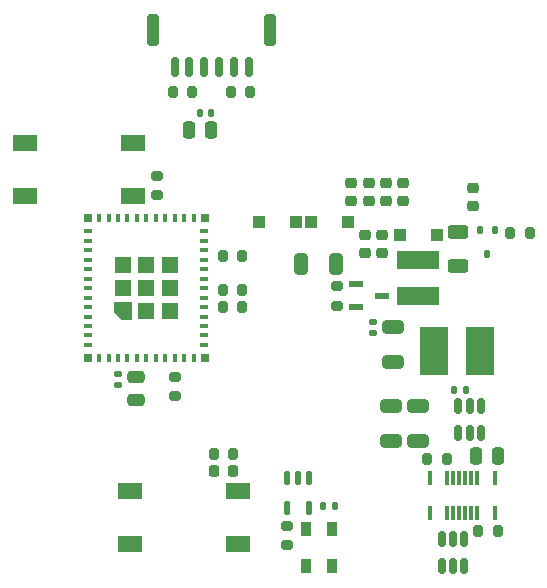
<source format=gtp>
%TF.GenerationSoftware,KiCad,Pcbnew,9.0.6*%
%TF.CreationDate,2025-12-10T11:17:06+01:00*%
%TF.ProjectId,CO2Monitor,434f324d-6f6e-4697-946f-722e6b696361,rev?*%
%TF.SameCoordinates,PX83b1de0PY8351ad0*%
%TF.FileFunction,Paste,Top*%
%TF.FilePolarity,Positive*%
%FSLAX46Y46*%
G04 Gerber Fmt 4.6, Leading zero omitted, Abs format (unit mm)*
G04 Created by KiCad (PCBNEW 9.0.6) date 2025-12-10 11:17:06*
%MOMM*%
%LPD*%
G01*
G04 APERTURE LIST*
G04 Aperture macros list*
%AMRoundRect*
0 Rectangle with rounded corners*
0 $1 Rounding radius*
0 $2 $3 $4 $5 $6 $7 $8 $9 X,Y pos of 4 corners*
0 Add a 4 corners polygon primitive as box body*
4,1,4,$2,$3,$4,$5,$6,$7,$8,$9,$2,$3,0*
0 Add four circle primitives for the rounded corners*
1,1,$1+$1,$2,$3*
1,1,$1+$1,$4,$5*
1,1,$1+$1,$6,$7*
1,1,$1+$1,$8,$9*
0 Add four rect primitives between the rounded corners*
20,1,$1+$1,$2,$3,$4,$5,0*
20,1,$1+$1,$4,$5,$6,$7,0*
20,1,$1+$1,$6,$7,$8,$9,0*
20,1,$1+$1,$8,$9,$2,$3,0*%
%AMFreePoly0*
4,1,6,0.725000,-0.725000,-0.725000,-0.725000,-0.725000,0.125000,-0.125000,0.725000,0.725000,0.725000,0.725000,-0.725000,0.725000,-0.725000,$1*%
G04 Aperture macros list end*
%ADD10R,0.300000X1.150000*%
%ADD11RoundRect,0.200000X0.200000X0.275000X-0.200000X0.275000X-0.200000X-0.275000X0.200000X-0.275000X0*%
%ADD12RoundRect,0.225000X-0.250000X0.225000X-0.250000X-0.225000X0.250000X-0.225000X0.250000X0.225000X0*%
%ADD13RoundRect,0.140000X-0.140000X-0.170000X0.140000X-0.170000X0.140000X0.170000X-0.140000X0.170000X0*%
%ADD14R,1.150000X0.600000*%
%ADD15RoundRect,0.200000X-0.200000X-0.275000X0.200000X-0.275000X0.200000X0.275000X-0.200000X0.275000X0*%
%ADD16RoundRect,0.225000X0.250000X-0.225000X0.250000X0.225000X-0.250000X0.225000X-0.250000X-0.225000X0*%
%ADD17R,1.000000X1.130000*%
%ADD18R,3.600000X1.500000*%
%ADD19RoundRect,0.150000X0.150000X0.700000X-0.150000X0.700000X-0.150000X-0.700000X0.150000X-0.700000X0*%
%ADD20RoundRect,0.250000X0.250000X1.100000X-0.250000X1.100000X-0.250000X-1.100000X0.250000X-1.100000X0*%
%ADD21RoundRect,0.150000X0.150000X-0.512500X0.150000X0.512500X-0.150000X0.512500X-0.150000X-0.512500X0*%
%ADD22RoundRect,0.200000X-0.275000X0.200000X-0.275000X-0.200000X0.275000X-0.200000X0.275000X0.200000X0*%
%ADD23RoundRect,0.250000X0.250000X0.475000X-0.250000X0.475000X-0.250000X-0.475000X0.250000X-0.475000X0*%
%ADD24RoundRect,0.200000X0.275000X-0.200000X0.275000X0.200000X-0.275000X0.200000X-0.275000X-0.200000X0*%
%ADD25RoundRect,0.250000X-0.650000X0.325000X-0.650000X-0.325000X0.650000X-0.325000X0.650000X0.325000X0*%
%ADD26RoundRect,0.250000X0.475000X-0.250000X0.475000X0.250000X-0.475000X0.250000X-0.475000X-0.250000X0*%
%ADD27RoundRect,0.140000X-0.170000X0.140000X-0.170000X-0.140000X0.170000X-0.140000X0.170000X0.140000X0*%
%ADD28R,2.100000X1.400000*%
%ADD29RoundRect,0.250000X-0.325000X-0.650000X0.325000X-0.650000X0.325000X0.650000X-0.325000X0.650000X0*%
%ADD30RoundRect,0.147500X-0.147500X0.457500X-0.147500X-0.457500X0.147500X-0.457500X0.147500X0.457500X0*%
%ADD31RoundRect,0.225000X-0.225000X-0.250000X0.225000X-0.250000X0.225000X0.250000X-0.225000X0.250000X0*%
%ADD32RoundRect,0.140000X0.140000X0.170000X-0.140000X0.170000X-0.140000X-0.170000X0.140000X-0.170000X0*%
%ADD33RoundRect,0.112500X0.112500X0.237500X-0.112500X0.237500X-0.112500X-0.237500X0.112500X-0.237500X0*%
%ADD34RoundRect,0.250000X-0.625000X0.312500X-0.625000X-0.312500X0.625000X-0.312500X0.625000X0.312500X0*%
%ADD35RoundRect,0.250000X-0.250000X-0.475000X0.250000X-0.475000X0.250000X0.475000X-0.250000X0.475000X0*%
%ADD36RoundRect,0.150000X-0.150000X0.512500X-0.150000X-0.512500X0.150000X-0.512500X0.150000X0.512500X0*%
%ADD37R,2.350000X4.050000*%
%ADD38R,0.400000X0.800000*%
%ADD39R,0.800000X0.400000*%
%ADD40FreePoly0,90.000000*%
%ADD41R,1.450000X1.450000*%
%ADD42R,0.700000X0.700000*%
%ADD43R,0.900000X1.300000*%
G04 APERTURE END LIST*
D10*
%TO.C,J2*%
X42558001Y6890499D03*
X41058001Y6890499D03*
X40558001Y6890499D03*
X40058001Y6890499D03*
X39558001Y6890499D03*
X39058001Y6890499D03*
X38558001Y6890499D03*
X37058001Y6890499D03*
X37058001Y9860499D03*
X38558001Y9860499D03*
X39058001Y9860499D03*
X39558001Y9860499D03*
X40058001Y9860499D03*
X40558001Y9860499D03*
X41058001Y9860499D03*
X42558001Y9860499D03*
%TD*%
D11*
%TO.C,R9*%
X21163000Y25768000D03*
X19513000Y25768000D03*
%TD*%
D12*
%TO.C,C5*%
X31883000Y34810500D03*
X31883000Y33260500D03*
%TD*%
D13*
%TO.C,C12*%
X39148000Y17278885D03*
X40108000Y17278885D03*
%TD*%
D14*
%TO.C,Q2*%
X30783000Y26210500D03*
X30783000Y24310500D03*
X32983000Y25260500D03*
%TD*%
D15*
%TO.C,R4*%
X41183001Y5325499D03*
X42833001Y5325499D03*
%TD*%
D16*
%TO.C,C6*%
X33033000Y28860500D03*
X33033000Y30410500D03*
%TD*%
D17*
%TO.C,D2*%
X27008000Y31460500D03*
X30158000Y31460500D03*
%TD*%
D18*
%TO.C,L1*%
X36083000Y25235500D03*
X36083000Y28285500D03*
%TD*%
D13*
%TO.C,C18*%
X28048000Y7418000D03*
X29008000Y7418000D03*
%TD*%
D19*
%TO.C,J3*%
X21713000Y44588000D03*
X20463000Y44588000D03*
X19213000Y44588000D03*
X17963000Y44588000D03*
X16713000Y44588000D03*
X15463000Y44588000D03*
D20*
X23563000Y47788000D03*
X13613000Y47788000D03*
%TD*%
D11*
%TO.C,R3*%
X38483001Y11410500D03*
X36833001Y11410500D03*
%TD*%
D16*
%TO.C,C7*%
X31533000Y28860500D03*
X31533000Y30410500D03*
%TD*%
D21*
%TO.C,U3*%
X39478000Y13603885D03*
X40428000Y13603885D03*
X41378000Y13603885D03*
X41378000Y15878885D03*
X40428000Y15878885D03*
X39478000Y15878885D03*
%TD*%
D15*
%TO.C,R8*%
X15308000Y42473000D03*
X16958000Y42473000D03*
%TD*%
D11*
%TO.C,R2*%
X45533000Y30578000D03*
X43883000Y30578000D03*
%TD*%
D22*
%TO.C,R13*%
X15448000Y18403000D03*
X15448000Y16753000D03*
%TD*%
D23*
%TO.C,C14*%
X18548000Y39308000D03*
X16648000Y39308000D03*
%TD*%
D24*
%TO.C,R12*%
X29183000Y24410500D03*
X29183000Y26060500D03*
%TD*%
D25*
%TO.C,C20*%
X33768000Y15933000D03*
X33768000Y12983000D03*
%TD*%
D12*
%TO.C,C3*%
X33353000Y34810500D03*
X33353000Y33260500D03*
%TD*%
D24*
%TO.C,R14*%
X24938000Y4138000D03*
X24938000Y5788000D03*
%TD*%
D17*
%TO.C,D3*%
X22558000Y31460500D03*
X25708000Y31460500D03*
%TD*%
D26*
%TO.C,C16*%
X12148000Y16448000D03*
X12148000Y18348000D03*
%TD*%
D12*
%TO.C,C2*%
X34833000Y34810500D03*
X34833000Y33260500D03*
%TD*%
D27*
%TO.C,C10*%
X32283000Y23040500D03*
X32283000Y22080500D03*
%TD*%
D28*
%TO.C,SW2*%
X2825500Y38208000D03*
X11925500Y38208000D03*
X2825500Y33708000D03*
X11925500Y33708000D03*
%TD*%
D29*
%TO.C,C8*%
X26183000Y27910500D03*
X29133000Y27910500D03*
%TD*%
D25*
%TO.C,C19*%
X36068000Y15933000D03*
X36068000Y12983000D03*
%TD*%
D30*
%TO.C,U2*%
X26838000Y9803000D03*
X25888000Y9803000D03*
X24938000Y9803000D03*
X24938000Y7293000D03*
X26838000Y7293000D03*
%TD*%
D28*
%TO.C,SW1*%
X20798000Y4198000D03*
X11698000Y4198000D03*
X20798000Y8698000D03*
X11698000Y8698000D03*
%TD*%
D31*
%TO.C,C13*%
X18828000Y10428000D03*
X20378000Y10428000D03*
%TD*%
D15*
%TO.C,R11*%
X19513000Y28608000D03*
X21163000Y28608000D03*
%TD*%
D32*
%TO.C,C15*%
X18548000Y40748000D03*
X17588000Y40748000D03*
%TD*%
D33*
%TO.C,Q1*%
X42580500Y30810500D03*
X41280500Y30810500D03*
X41930500Y28810500D03*
%TD*%
D34*
%TO.C,R1*%
X39483000Y30673000D03*
X39483000Y27748000D03*
%TD*%
D22*
%TO.C,R6*%
X13948000Y35413000D03*
X13948000Y33763000D03*
%TD*%
D35*
%TO.C,C11*%
X40943419Y11715284D03*
X42843419Y11715284D03*
%TD*%
D36*
%TO.C,U1*%
X39958001Y4662999D03*
X39008001Y4662999D03*
X38058001Y4662999D03*
X38058001Y2387999D03*
X39008001Y2387999D03*
X39958001Y2387999D03*
%TD*%
D37*
%TO.C,L2*%
X41352000Y20586000D03*
X37452000Y20586000D03*
%TD*%
D12*
%TO.C,C4*%
X30383000Y34810500D03*
X30383000Y33260500D03*
%TD*%
D17*
%TO.C,D1*%
X34558000Y30410500D03*
X37708000Y30410500D03*
%TD*%
D27*
%TO.C,C17*%
X10668000Y18658000D03*
X10668000Y17698000D03*
%TD*%
D25*
%TO.C,C9*%
X33933000Y22635500D03*
X33933000Y19685500D03*
%TD*%
D12*
%TO.C,C1*%
X40683000Y34410500D03*
X40683000Y32860500D03*
%TD*%
D15*
%TO.C,R5*%
X18778000Y11898000D03*
X20428000Y11898000D03*
%TD*%
D38*
%TO.C,U4*%
X9063000Y19998000D03*
X9863000Y19998000D03*
X10663000Y19998000D03*
X11463000Y19998000D03*
X12263000Y19998000D03*
X13063000Y19998000D03*
X13863000Y19998000D03*
X14663000Y19998000D03*
X15463000Y19998000D03*
X16263000Y19998000D03*
X17063000Y19998000D03*
D39*
X17963000Y21098000D03*
X17963000Y21898000D03*
X17963000Y22698000D03*
X17963000Y23498000D03*
X17963000Y24298000D03*
X17963000Y25098000D03*
X17963000Y25898000D03*
X17963000Y26698000D03*
X17963000Y27498000D03*
X17963000Y28298000D03*
X17963000Y29098000D03*
X17963000Y29898000D03*
X17963000Y30698000D03*
D38*
X17063000Y31798000D03*
X16263000Y31798000D03*
X15463000Y31798000D03*
X14663000Y31798000D03*
X13863000Y31798000D03*
X13063000Y31798000D03*
X12263000Y31798000D03*
X11463000Y31798000D03*
X10663000Y31798000D03*
X9863000Y31798000D03*
X9063000Y31798000D03*
D39*
X8163000Y30698000D03*
X8163000Y29898000D03*
X8163000Y29098000D03*
X8163000Y28298000D03*
X8163000Y27498000D03*
X8163000Y26698000D03*
X8163000Y25898000D03*
X8163000Y25098000D03*
X8163000Y24298000D03*
X8163000Y23498000D03*
X8163000Y22698000D03*
X8163000Y21898000D03*
X8163000Y21098000D03*
D40*
X11088000Y23923000D03*
D41*
X13063000Y23923000D03*
X15038000Y23923000D03*
X11088000Y25898000D03*
X13063000Y25898000D03*
X15038000Y25898000D03*
X11088000Y27873000D03*
X13063000Y27873000D03*
X15038000Y27873000D03*
D42*
X8113000Y31848000D03*
X18013000Y31848000D03*
X18013000Y19948000D03*
X8113000Y19948000D03*
%TD*%
D11*
%TO.C,R10*%
X21163000Y24298000D03*
X19513000Y24298000D03*
%TD*%
D43*
%TO.C,D4*%
X26608000Y2348000D03*
X28748000Y2348000D03*
X28748000Y5528000D03*
X26608000Y5528000D03*
%TD*%
D11*
%TO.C,R7*%
X21868000Y42508000D03*
X20218000Y42508000D03*
%TD*%
M02*

</source>
